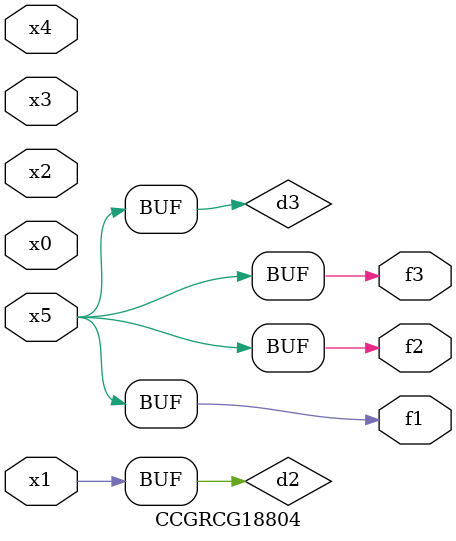
<source format=v>
module CCGRCG18804(
	input x0, x1, x2, x3, x4, x5,
	output f1, f2, f3
);

	wire d1, d2, d3;

	not (d1, x5);
	or (d2, x1);
	xnor (d3, d1);
	assign f1 = d3;
	assign f2 = d3;
	assign f3 = d3;
endmodule

</source>
